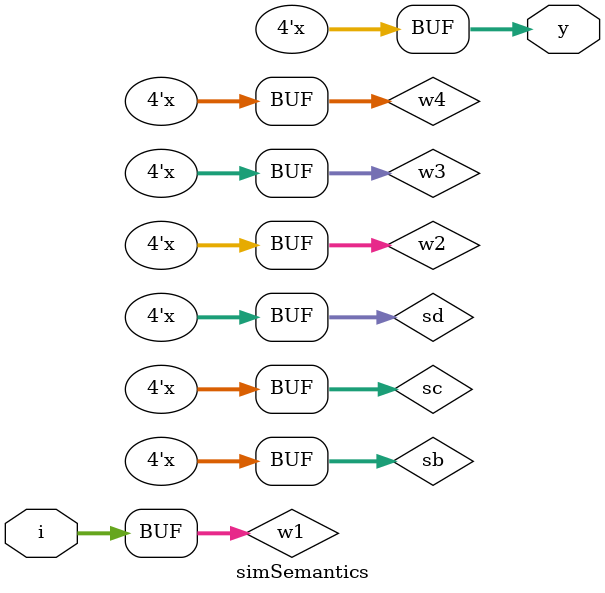
<source format=v>
`timescale 1ns/100ps

module simSemantics (i, y);
   input [3:0] i;
   output [3:0] y;

   wire [3:0] 	w1, w2, w3, w4;
   reg [3:0] 	sb=0, sc=0, sd=0;

   assign w1 = i;
   assign w2 = sb;
   assign w3 = sb;
   assign w4 = sc;
   assign y = sd;

   always @(w1 or w3) begin // block C
      sc = sc + 1;
   end

   always @(w1) begin  // block B
      sb = sb + 1;
   end

   always @(w2 or w4) begin // block D
      sd = sd + 1;
   end
endmodule

</source>
